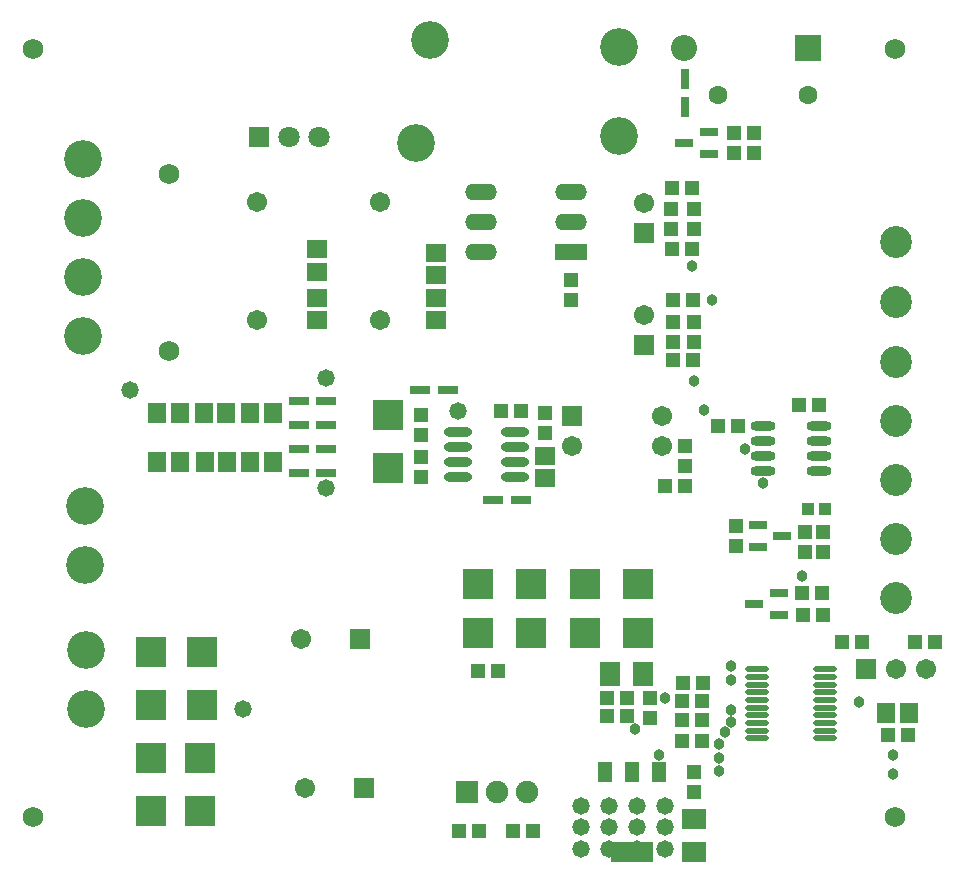
<source format=gts>
%FSDAX24Y24*%
%MOIN*%
%SFA1B1*%

%IPPOS*%
%ADD60R,0.059200X0.031600*%
%ADD61R,0.039500X0.039500*%
%ADD62R,0.098600X0.098600*%
%ADD63R,0.047400X0.051300*%
%ADD64R,0.051300X0.047400*%
%ADD65R,0.029700X0.065100*%
%ADD66R,0.067100X0.059200*%
%ADD67R,0.059200X0.067100*%
%ADD68R,0.065100X0.029700*%
%ADD69R,0.098600X0.098600*%
%ADD70O,0.094600X0.031600*%
%ADD71R,0.071000X0.078900*%
%ADD72R,0.078900X0.071000*%
%ADD73R,0.051300X0.069000*%
%ADD74R,0.051300X0.069000*%
%ADD75R,0.143800X0.069000*%
%ADD76O,0.082800X0.031600*%
%ADD77O,0.078900X0.021800*%
%ADD78C,0.068000*%
%ADD79C,0.126100*%
%ADD80C,0.067100*%
%ADD81R,0.067100X0.067100*%
%ADD82C,0.067100*%
%ADD83R,0.067100X0.067100*%
%ADD84C,0.063100*%
%ADD85C,0.086700*%
%ADD86R,0.086700X0.086700*%
%ADD87R,0.071000X0.071000*%
%ADD88C,0.071000*%
%ADD89C,0.106400*%
%ADD90O,0.106400X0.055200*%
%ADD91R,0.106400X0.055200*%
%ADD92R,0.074900X0.074900*%
%ADD93C,0.074900*%
%ADD94C,0.058000*%
%ADD95C,0.038000*%
%LNde-160724-1*%
%LPD*%
G54D60*
X037850Y025100D03*
Y025848D03*
X037023Y025474D03*
X037137Y028124D03*
Y027376D03*
X037963Y027750D03*
X035513Y040476D03*
Y041224D03*
X034687Y040850D03*
G54D61*
X039391Y028650D03*
X038800D03*
G54D62*
X016900Y022114D03*
Y023886D03*
X018600Y022114D03*
Y023886D03*
X024800Y031786D03*
Y030014D03*
X018550Y018564D03*
Y020336D03*
X016900Y018564D03*
Y020336D03*
G54D63*
X036350Y040515D03*
Y041185D03*
X037000Y040515D03*
Y041185D03*
X030050Y031165D03*
Y031835D03*
X025900Y030385D03*
Y029715D03*
Y031769D03*
Y031100D03*
X033550Y021665D03*
Y022335D03*
X035000Y019215D03*
Y019885D03*
Y038635D03*
Y037965D03*
X034250Y038635D03*
Y037965D03*
X034300Y034885D03*
Y034215D03*
X035000Y034885D03*
Y034215D03*
X030900Y036285D03*
Y035615D03*
X036400Y027415D03*
Y028085D03*
X039300Y027885D03*
Y027215D03*
X038700Y027885D03*
Y027215D03*
X034700Y030735D03*
Y030065D03*
G54D64*
X039950Y024200D03*
X040619D03*
X042365D03*
X043035D03*
X035285Y022250D03*
X034615D03*
X035285Y021600D03*
X034615D03*
X035300Y022850D03*
X034631D03*
X036485Y031400D03*
X035815D03*
X039185Y032100D03*
X038515D03*
X029235Y031900D03*
X028565D03*
X032115Y022350D03*
X032785D03*
X032115Y021750D03*
X032785D03*
X027815Y023250D03*
X028485D03*
X027835Y017900D03*
X027165D03*
X028965D03*
X029635D03*
X034935Y037300D03*
X034265D03*
X034935Y039350D03*
X034265D03*
X034985Y033600D03*
X034315D03*
X034985Y035600D03*
X034315D03*
X041465Y021100D03*
X042135D03*
X034615Y020900D03*
X035285D03*
X039285Y025850D03*
X038615D03*
X034700Y029400D03*
X034031D03*
X039319Y025100D03*
X038650D03*
G54D65*
X034700Y042037D03*
Y042963D03*
G54D66*
X022450Y037300D03*
Y036552D03*
X026400Y036426D03*
Y037174D03*
X030050Y029676D03*
Y030424D03*
X022450Y035674D03*
Y034926D03*
X026400D03*
Y035674D03*
G54D67*
X017126Y030200D03*
X017874D03*
X018700D03*
X019448D03*
X020226D03*
X020974D03*
X017126Y031850D03*
X017874D03*
X018676D03*
X019424D03*
X020226D03*
X020974D03*
X041426Y021850D03*
X042174D03*
G54D68*
X025887Y032600D03*
X026813D03*
X021837Y029850D03*
X022763D03*
X021837Y032250D03*
X022763D03*
Y031450D03*
X021837D03*
X022763Y030650D03*
X021837D03*
X028325Y028950D03*
X029250D03*
G54D69*
X033136Y024500D03*
X031364D03*
X033136Y026150D03*
X031364D03*
X029586Y024500D03*
X027814D03*
X029586Y026150D03*
X027814D03*
G54D70*
X027155Y031200D03*
Y030700D03*
Y030200D03*
Y029700D03*
X029045Y031200D03*
Y030700D03*
Y030200D03*
Y029700D03*
G54D71*
X033301Y023150D03*
X032199D03*
G54D72*
X035000Y018301D03*
Y017199D03*
G54D73*
X033856Y019879D03*
G54D74*
X032950Y019879D03*
X032044D03*
G54D75*
X032950Y017221D03*
G54D76*
X037325Y031400D03*
Y030900D03*
Y030400D03*
Y029900D03*
X039175Y031400D03*
Y030900D03*
Y030400D03*
Y029900D03*
G54D77*
X039372Y020998D03*
Y021254D03*
Y021510D03*
Y021766D03*
Y022022D03*
Y022278D03*
Y022534D03*
Y022790D03*
Y023046D03*
Y023302D03*
X037128Y020998D03*
Y021254D03*
Y021510D03*
Y021766D03*
Y022022D03*
Y022278D03*
Y022534D03*
Y022790D03*
Y023046D03*
Y023302D03*
G54D78*
X041728Y018369D03*
X012987D03*
Y043959D03*
X041728D03*
X017500Y039803D03*
Y033897D03*
G54D79*
X014700Y028734D03*
Y026766D03*
X014750Y023950D03*
Y021981D03*
X032522Y044039D03*
Y041086D03*
X026222Y044275D03*
X025750Y040850D03*
X014650Y034400D03*
Y040306D03*
Y036369D03*
Y038337D03*
G54D80*
X033350Y035100D03*
Y038850D03*
X042750Y023300D03*
X041750D03*
X020450Y034950D03*
Y038887D03*
X024550Y034950D03*
Y038887D03*
X030950Y030750D03*
X033950Y031750D03*
Y030750D03*
X022050Y019350D03*
G54D81*
X033350Y034100D03*
Y037850D03*
G54D82*
X021900Y024300D03*
G54D83*
X023869Y024300D03*
X040750Y023300D03*
X030950Y031750D03*
X024018Y019350D03*
G54D84*
X038800Y042450D03*
X035800D03*
G54D85*
X034691Y044000D03*
G54D86*
X038809Y044000D03*
G54D87*
X020500Y041050D03*
G54D88*
X021500Y041050D03*
X022500D03*
G54D89*
X041750Y033550D03*
Y035550D03*
Y037550D03*
Y029616D03*
Y031584D03*
Y025682D03*
Y027650D03*
G54D90*
X027900Y039200D03*
Y038200D03*
Y037200D03*
X030900Y039200D03*
Y038200D03*
G54D91*
X030900Y037200D03*
G54D92*
X027450Y019200D03*
G54D93*
X028450Y019200D03*
X029450D03*
G54D94*
X019969Y021981D03*
X022750Y029350D03*
Y033000D03*
X027150Y031900D03*
X016200Y032600D03*
X032183Y018750D03*
X033117D03*
X034050D03*
X033117Y017300D03*
X031250Y018750D03*
X032183Y017300D03*
X034050D03*
X031250D03*
Y018050D03*
X034050D03*
X032183D03*
X033117D03*
G54D95*
X041650Y019800D03*
Y020450D03*
X035850Y019900D03*
X033050Y021300D03*
X035850Y020350D03*
X036250Y023425D03*
Y022950D03*
X036700Y030650D03*
X037300Y029500D03*
X035350Y031950D03*
X035850Y020800D03*
X036050Y021200D03*
X036250Y021950D03*
Y021550D03*
X035000Y032900D03*
X034950Y036750D03*
X040500Y022200D03*
X038600Y026400D03*
X035600Y035600D03*
X034050Y022335D03*
X033850Y020456D03*
M02*
</source>
